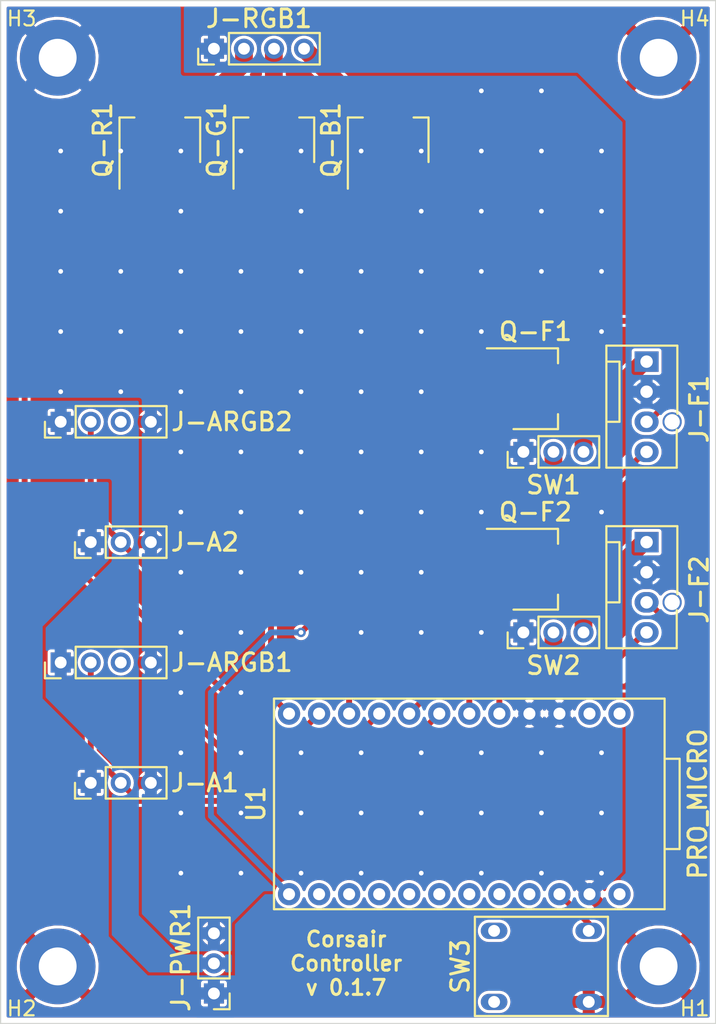
<source format=kicad_pcb>
(kicad_pcb (version 20171130) (host pcbnew "(5.1.2)-2")
  (layers (0 F.Cu signal) (31 B.Cu signal) (34 B.Paste user hide) (35 F.Paste user hide) (36 B.SilkS user) (37 F.SilkS user) (38 B.Mask user hide) (39 F.Mask user hide) (44 Edge.Cuts user))
  (net 0 "")
  (net 1 GND)
  (net 2 /A1)
  (net 3 /12V)
  (net 4 /A2)
  (net 5 /F1-GND)
  (net 6 /F1-T)
  (net 7 /F1-5V)
  (net 8 /F2-GND)
  (net 9 /F2-T)
  (net 10 /F2-5V)
  (net 11 /5V)
  (net 12 /B-12V)
  (net 13 /G-12V)
  (net 14 /R-12V)
  (net 15 /B-5V)
  (net 16 /G-5V)
  (net 17 /R-5V)
  (net 18 /F1-12V)
  (net 19 /F2-12V)
  (net 20 /RESET)
  (module Boards:SPARKFUN_PRO_MICRO (layer F.Cu) (at 143.764 138.938 270)
    (fp_text reference U1 (at 0 18.034 270) (layer F.SilkS) (effects (font (size 1.5 1.5) (thickness 0.25))))
    (fp_text value PRO_MICRO (at 0 -19.304 90) (layer F.SilkS) (effects (font (size 1.5 1.5) (thickness 0.25))))
    (fp_line (start -8.89 -16.51) (end 8.89 -16.51) (layer F.SilkS) (width 0.1875))
    (fp_line (start 8.89 16.51) (end -8.89 16.51) (layer F.SilkS) (width 0.1875))
    (fp_line (start -3.81 -17.78) (end 3.81 -17.78) (layer F.SilkS) (width 0.1875))
    (fp_line (start 3.81 -17.78) (end 3.81 -16.51) (layer F.SilkS) (width 0.1875))
    (fp_line (start -3.81 -17.78) (end -3.81 -16.51) (layer F.SilkS) (width 0.1875))
    (fp_line (start 8.89 -16.51) (end 8.89 16.51) (layer F.SilkS) (width 0.1875))
    (fp_line (start -8.89 -16.51) (end -8.89 16.51) (layer F.SilkS) (width 0.1875))
    (pad 1 thru_hole circle (at -7.62 -12.7 270) (size 1.8796 1.8796) (drill 1.016) (layers *.Cu *.Mask))
    (pad 2 thru_hole circle (at -7.62 -10.16 270) (size 1.8796 1.8796) (drill 1.016) (layers *.Cu *.Mask))
    (pad 3 thru_hole circle (at -7.62 -7.62 270) (size 1.8796 1.8796) (drill 1.016) (layers *.Cu *.Mask) (net 1 GND))
    (pad 4 thru_hole circle (at -7.62 -5.08 270) (size 1.8796 1.8796) (drill 1.016) (layers *.Cu *.Mask) (net 1 GND))
    (pad 5 thru_hole circle (at -7.62 -2.54 270) (size 1.8796 1.8796) (drill 1.016) (layers *.Cu *.Mask) (net 9 /F2-T))
    (pad 6 thru_hole circle (at -7.62 0 270) (size 1.8796 1.8796) (drill 1.016) (layers *.Cu *.Mask) (net 10 /F2-5V))
    (pad 7 thru_hole circle (at -7.62 2.54 270) (size 1.8796 1.8796) (drill 1.016) (layers *.Cu *.Mask) (net 2 /A1))
    (pad 8 thru_hole circle (at -7.62 5.08 270) (size 1.8796 1.8796) (drill 1.016) (layers *.Cu *.Mask) (net 7 /F1-5V))
    (pad 9 thru_hole circle (at -7.62 7.62 270) (size 1.8796 1.8796) (drill 1.016) (layers *.Cu *.Mask) (net 17 /R-5V))
    (pad 10 thru_hole circle (at -7.62 10.16 270) (size 1.8796 1.8796) (drill 1.016) (layers *.Cu *.Mask) (net 6 /F1-T))
    (pad 11 thru_hole circle (at -7.62 12.7 270) (size 1.8796 1.8796) (drill 1.016) (layers *.Cu *.Mask) (net 4 /A2))
    (pad 12 thru_hole circle (at -7.62 15.24 270) (size 1.8796 1.8796) (drill 1.016) (layers *.Cu *.Mask) (net 16 /G-5V))
    (pad 13 thru_hole circle (at 7.62 15.24 270) (size 1.8796 1.8796) (drill 1.016) (layers *.Cu *.Mask) (net 15 /B-5V))
    (pad 14 thru_hole circle (at 7.62 12.7 270) (size 1.8796 1.8796) (drill 1.016) (layers *.Cu *.Mask))
    (pad 15 thru_hole circle (at 7.62 10.16 270) (size 1.8796 1.8796) (drill 1.016) (layers *.Cu *.Mask))
    (pad 16 thru_hole circle (at 7.62 7.62 270) (size 1.8796 1.8796) (drill 1.016) (layers *.Cu *.Mask))
    (pad 17 thru_hole circle (at 7.62 5.08 270) (size 1.8796 1.8796) (drill 1.016) (layers *.Cu *.Mask))
    (pad 18 thru_hole circle (at 7.62 2.54 270) (size 1.8796 1.8796) (drill 1.016) (layers *.Cu *.Mask))
    (pad 19 thru_hole circle (at 7.62 0 270) (size 1.8796 1.8796) (drill 1.016) (layers *.Cu *.Mask))
    (pad 20 thru_hole circle (at 7.62 -2.54 270) (size 1.8796 1.8796) (drill 1.016) (layers *.Cu *.Mask))
    (pad 21 thru_hole circle (at 7.62 -5.08 270) (size 1.8796 1.8796) (drill 1.016) (layers *.Cu *.Mask))
    (pad 22 thru_hole circle (at 7.62 -7.62 270) (size 1.8796 1.8796) (drill 1.016) (layers *.Cu *.Mask) (net 20 /RESET))
    (pad 23 thru_hole circle (at 7.62 -10.16 270) (size 1.8796 1.8796) (drill 1.016) (layers *.Cu *.Mask) (net 1 GND))
    (pad 24 thru_hole circle (at 7.62 -12.7 270) (size 1.8796 1.8796) (drill 1.016) (layers *.Cu *.Mask))
  )
  (module footprints:ESE-20C423 (layer F.Cu) (at 149.86 152.654 270)
    (fp_text reference SW3 (at 0 6.858 90) (layer F.SilkS) (effects (font (size 1.5 1.5) (thickness 0.25))))
    (fp_text value SW_Push)
    (fp_line (start -4.187499 -5.625) (end -4.1875 5.625) (layer F.SilkS) (width 0.1875))
    (fp_line (start 4.1875 -5.625) (end -4.187499 -5.625) (layer F.SilkS) (width 0.1875))
    (fp_line (start 4.187499 5.625) (end 4.1875 -5.625) (layer F.SilkS) (width 0.1875))
    (fp_line (start -4.1875 5.625) (end 4.187499 5.625) (layer F.SilkS) (width 0.1875))
    (pad 2 thru_hole oval (at 3 4 270) (size 1.375 2.25) (drill 1) (layers *.Cu *.Mask))
    (pad 3 thru_hole oval (at 3 -4 270) (size 1.375 2.25) (drill 1) (layers *.Cu *.Mask) (net 1 GND))
    (pad 1 thru_hole oval (at -3 4 270) (size 1.375 2.25) (drill 1) (layers *.Cu *.Mask))
    (pad 4 thru_hole oval (at -3 -4 270) (size 1.375 2.25) (drill 1) (layers *.Cu *.Mask) (net 20 /RESET))
  )
  (module footprints:PinHeader_1x03_P2.54mm_Vertical (layer F.Cu) (at 148.336 124.46 90)
    (fp_text reference SW2 (at -2.794 2.54 180) (layer F.SilkS) (effects (font (size 1.5 1.5) (thickness 0.25))))
    (fp_text value SW_SPDT)
    (fp_line (start -1.33 -1.33) (end 0 -1.33) (layer F.SilkS) (width 0.1875))
    (fp_line (start -1.33 0) (end -1.33 -1.33) (layer F.SilkS) (width 0.1875))
    (fp_line (start -1.33 1.27) (end 1.33 1.27) (layer F.SilkS) (width 0.1875))
    (fp_line (start 1.33 1.27) (end 1.33 6.41) (layer F.SilkS) (width 0.1875))
    (fp_line (start -1.33 1.27) (end -1.33 6.41) (layer F.SilkS) (width 0.1875))
    (fp_line (start -1.33 6.41) (end 1.33 6.41) (layer F.SilkS) (width 0.1875))
    (pad 3 thru_hole oval (at 0 5.08 90) (size 1.7 1.7) (drill 1) (layers *.Cu *.Mask) (net 19 /F2-12V))
    (pad 2 thru_hole oval (at 0 2.54 90) (size 1.7 1.7) (drill 1) (layers *.Cu *.Mask) (net 8 /F2-GND))
    (pad 1 thru_hole rect (at 0 0 90) (size 1.7 1.7) (drill 1) (layers *.Cu *.Mask) (net 1 GND))
  )
  (module footprints:PinHeader_1x03_P2.54mm_Vertical (layer F.Cu) (at 148.336 109.22 90)
    (fp_text reference SW1 (at -2.794 2.54 180) (layer F.SilkS) (effects (font (size 1.5 1.5) (thickness 0.25))))
    (fp_text value SW_SPDT)
    (fp_line (start -1.33 -1.33) (end 0 -1.33) (layer F.SilkS) (width 0.1875))
    (fp_line (start -1.33 0) (end -1.33 -1.33) (layer F.SilkS) (width 0.1875))
    (fp_line (start -1.33 1.27) (end 1.33 1.27) (layer F.SilkS) (width 0.1875))
    (fp_line (start 1.33 1.27) (end 1.33 6.41) (layer F.SilkS) (width 0.1875))
    (fp_line (start -1.33 1.27) (end -1.33 6.41) (layer F.SilkS) (width 0.1875))
    (fp_line (start -1.33 6.41) (end 1.33 6.41) (layer F.SilkS) (width 0.1875))
    (pad 3 thru_hole oval (at 0 5.08 90) (size 1.7 1.7) (drill 1) (layers *.Cu *.Mask) (net 18 /F1-12V))
    (pad 2 thru_hole oval (at 0 2.54 90) (size 1.7 1.7) (drill 1) (layers *.Cu *.Mask) (net 5 /F1-GND))
    (pad 1 thru_hole rect (at 0 0 90) (size 1.7 1.7) (drill 1) (layers *.Cu *.Mask) (net 1 GND))
  )
  (module footprints:SOT-223 (layer F.Cu) (at 117.602 82.898 90)
    (fp_text reference Q-R1 (at 0 -4.826 90) (layer F.SilkS) (effects (font (size 1.5 1.5) (thickness 0.25))))
    (fp_text value Q_NMOS_GDSD)
    (fp_line (start -4.1 -3.41) (end 1.91 -3.41) (layer F.SilkS) (width 0.1875))
    (fp_line (start -1.85 3.41) (end 1.91 3.41) (layer F.SilkS) (width 0.1875))
    (fp_line (start 1.91 -3.41) (end 1.91 -2.15) (layer F.SilkS) (width 0.1875))
    (fp_line (start 1.91 3.41) (end 1.91 2.15) (layer F.SilkS) (width 0.1875))
    (pad 1 smd rect (at -3.65 -2.3 90) (size 3 1.5) (layers F.Cu F.Paste F.Mask) (net 17 /R-5V))
    (pad 3 smd rect (at -3.65 2.3 90) (size 3 1.5) (layers F.Cu F.Paste F.Mask) (net 1 GND))
    (pad 2 smd rect (at -3.65 0 90) (size 3 1.5) (layers F.Cu F.Paste F.Mask) (net 14 /R-12V))
    (pad 4 smd rect (at 3.65 0 90) (size 3 3.8) (layers F.Cu F.Paste F.Mask) (net 14 /R-12V))
  )
  (module footprints:SOT-223 (layer F.Cu) (at 127.24 82.898 90)
    (fp_text reference Q-G1 (at 0 -4.826 90) (layer F.SilkS) (effects (font (size 1.5 1.5) (thickness 0.25))))
    (fp_text value Q_NMOS_GDSD)
    (fp_line (start -4.1 -3.41) (end 1.91 -3.41) (layer F.SilkS) (width 0.1875))
    (fp_line (start -1.85 3.41) (end 1.91 3.41) (layer F.SilkS) (width 0.1875))
    (fp_line (start 1.91 -3.41) (end 1.91 -2.15) (layer F.SilkS) (width 0.1875))
    (fp_line (start 1.91 3.41) (end 1.91 2.15) (layer F.SilkS) (width 0.1875))
    (pad 1 smd rect (at -3.65 -2.3 90) (size 3 1.5) (layers F.Cu F.Paste F.Mask) (net 16 /G-5V))
    (pad 3 smd rect (at -3.65 2.3 90) (size 3 1.5) (layers F.Cu F.Paste F.Mask) (net 1 GND))
    (pad 2 smd rect (at -3.65 0 90) (size 3 1.5) (layers F.Cu F.Paste F.Mask) (net 13 /G-12V))
    (pad 4 smd rect (at 3.65 0 90) (size 3 3.8) (layers F.Cu F.Paste F.Mask) (net 13 /G-12V))
  )
  (module footprints:SOT-223 (layer F.Cu) (at 149.352 119.126)
    (fp_text reference Q-F2 (at 0 -4.826) (layer F.SilkS) (effects (font (size 1.5 1.5) (thickness 0.25))))
    (fp_text value Q_NMOS_GDSD)
    (fp_line (start -4.1 -3.41) (end 1.91 -3.41) (layer F.SilkS) (width 0.1875))
    (fp_line (start -1.85 3.41) (end 1.91 3.41) (layer F.SilkS) (width 0.1875))
    (fp_line (start 1.91 -3.41) (end 1.91 -2.15) (layer F.SilkS) (width 0.1875))
    (fp_line (start 1.91 3.41) (end 1.91 2.15) (layer F.SilkS) (width 0.1875))
    (pad 1 smd rect (at -3.65 -2.3) (size 3 1.5) (layers F.Cu F.Paste F.Mask) (net 10 /F2-5V))
    (pad 3 smd rect (at -3.65 2.3) (size 3 1.5) (layers F.Cu F.Paste F.Mask) (net 1 GND))
    (pad 2 smd rect (at -3.65 0) (size 3 1.5) (layers F.Cu F.Paste F.Mask) (net 19 /F2-12V))
    (pad 4 smd rect (at 3.65 0) (size 3 3.8) (layers F.Cu F.Paste F.Mask) (net 19 /F2-12V))
  )
  (module footprints:SOT-223 (layer F.Cu) (at 149.352 103.886)
    (fp_text reference Q-F1 (at 0 -4.826) (layer F.SilkS) (effects (font (size 1.5 1.5) (thickness 0.25))))
    (fp_text value Q_NMOS_GDSD)
    (fp_line (start -4.1 -3.41) (end 1.91 -3.41) (layer F.SilkS) (width 0.1875))
    (fp_line (start -1.85 3.41) (end 1.91 3.41) (layer F.SilkS) (width 0.1875))
    (fp_line (start 1.91 -3.41) (end 1.91 -2.15) (layer F.SilkS) (width 0.1875))
    (fp_line (start 1.91 3.41) (end 1.91 2.15) (layer F.SilkS) (width 0.1875))
    (pad 1 smd rect (at -3.65 -2.3) (size 3 1.5) (layers F.Cu F.Paste F.Mask) (net 7 /F1-5V))
    (pad 3 smd rect (at -3.65 2.3) (size 3 1.5) (layers F.Cu F.Paste F.Mask) (net 1 GND))
    (pad 2 smd rect (at -3.65 0) (size 3 1.5) (layers F.Cu F.Paste F.Mask) (net 18 /F1-12V))
    (pad 4 smd rect (at 3.65 0) (size 3 3.8) (layers F.Cu F.Paste F.Mask) (net 18 /F1-12V))
  )
  (module footprints:SOT-223 (layer F.Cu) (at 136.906 82.898 90)
    (fp_text reference Q-B1 (at 0 -4.826 90) (layer F.SilkS) (effects (font (size 1.5 1.5) (thickness 0.25))))
    (fp_text value Q_NMOS_GDSD)
    (fp_line (start -4.1 -3.41) (end 1.91 -3.41) (layer F.SilkS) (width 0.1875))
    (fp_line (start -1.85 3.41) (end 1.91 3.41) (layer F.SilkS) (width 0.1875))
    (fp_line (start 1.91 -3.41) (end 1.91 -2.15) (layer F.SilkS) (width 0.1875))
    (fp_line (start 1.91 3.41) (end 1.91 2.15) (layer F.SilkS) (width 0.1875))
    (pad 1 smd rect (at -3.65 -2.3 90) (size 3 1.5) (layers F.Cu F.Paste F.Mask) (net 15 /B-5V))
    (pad 3 smd rect (at -3.65 2.3 90) (size 3 1.5) (layers F.Cu F.Paste F.Mask) (net 1 GND))
    (pad 2 smd rect (at -3.65 0 90) (size 3 1.5) (layers F.Cu F.Paste F.Mask) (net 12 /B-12V))
    (pad 4 smd rect (at 3.65 0 90) (size 3 3.8) (layers F.Cu F.Paste F.Mask) (net 12 /B-12V))
  )
  (module footprints:PinHeader_1x04_P2.54mm_Vertical (layer F.Cu) (at 122.174 75.184 90)
    (fp_text reference J-RGB1 (at 2.54 3.81) (layer F.SilkS) (effects (font (size 1.5 1.5) (thickness 0.25))))
    (fp_text value Conn_01x04_Male)
    (fp_line (start -1.33 -1.33) (end 0 -1.33) (layer F.SilkS) (width 0.1875))
    (fp_line (start -1.33 0) (end -1.33 -1.33) (layer F.SilkS) (width 0.1875))
    (fp_line (start -1.33 1.27) (end 1.33 1.27) (layer F.SilkS) (width 0.1875))
    (fp_line (start 1.33 1.27) (end 1.33 8.95) (layer F.SilkS) (width 0.1875))
    (fp_line (start -1.33 1.27) (end -1.33 8.95) (layer F.SilkS) (width 0.1875))
    (fp_line (start -1.33 8.95) (end 1.33 8.95) (layer F.SilkS) (width 0.1875))
    (pad 4 thru_hole oval (at 0 7.62 90) (size 1.7 1.7) (drill 1) (layers *.Cu *.Mask) (net 12 /B-12V))
    (pad 3 thru_hole oval (at 0 5.08 90) (size 1.7 1.7) (drill 1) (layers *.Cu *.Mask) (net 13 /G-12V))
    (pad 2 thru_hole oval (at 0 2.54 90) (size 1.7 1.7) (drill 1) (layers *.Cu *.Mask) (net 14 /R-12V))
    (pad 1 thru_hole rect (at 0 0 90) (size 1.7 1.7) (drill 1) (layers *.Cu *.Mask) (net 3 /12V))
  )
  (module footprints:PinHeader_1x03_P2.54mm_Vertical (layer F.Cu) (at 122.174 154.94 180)
    (fp_text reference J-PWR1 (at 2.794 3.048 270) (layer F.SilkS) (effects (font (size 1.5 1.5) (thickness 0.25))))
    (fp_text value Conn_01x03_Male)
    (fp_line (start -1.33 -1.33) (end 0 -1.33) (layer F.SilkS) (width 0.1875))
    (fp_line (start -1.33 0) (end -1.33 -1.33) (layer F.SilkS) (width 0.1875))
    (fp_line (start -1.33 1.27) (end 1.33 1.27) (layer F.SilkS) (width 0.1875))
    (fp_line (start 1.33 1.27) (end 1.33 6.41) (layer F.SilkS) (width 0.1875))
    (fp_line (start -1.33 1.27) (end -1.33 6.41) (layer F.SilkS) (width 0.1875))
    (fp_line (start -1.33 6.41) (end 1.33 6.41) (layer F.SilkS) (width 0.1875))
    (pad 3 thru_hole oval (at 0 5.08 180) (size 1.7 1.7) (drill 1) (layers *.Cu *.Mask) (net 1 GND))
    (pad 2 thru_hole oval (at 0 2.54 180) (size 1.7 1.7) (drill 1) (layers *.Cu *.Mask) (net 11 /5V))
    (pad 1 thru_hole rect (at 0 0 180) (size 1.7 1.7) (drill 1) (layers *.Cu *.Mask) (net 3 /12V))
  )
  (module footprints:FanPinHeader_1x04_P2.54mm_Vertical (layer F.Cu) (at 158.75 116.84 270)
    (fp_text reference J-F2 (at 4 -4.445 90) (layer F.SilkS) (effects (font (size 1.5 1.5) (thickness 0.25))))
    (fp_text value Conn_01x04_Male)
    (fp_line (start 5.08 2.29) (end 5.08 3.3) (layer F.SilkS) (width 0.1875))
    (fp_line (start 0 2.29) (end 5.08 2.29) (layer F.SilkS) (width 0.1875))
    (fp_line (start 0 3.3) (end 0 2.29) (layer F.SilkS) (width 0.1875))
    (fp_line (start -1.35 3.4) (end -1.35 -2.6) (layer F.SilkS) (width 0.1875))
    (fp_line (start 8.95 3.4) (end -1.35 3.4) (layer F.SilkS) (width 0.1875))
    (fp_line (start 8.95 -2.55) (end 8.95 3.4) (layer F.SilkS) (width 0.1875))
    (fp_line (start 5.75 -2.55) (end 8.95 -2.55) (layer F.SilkS) (width 0.1875))
    (fp_line (start -1.35 -2.6) (end 4.4 -2.6) (layer F.SilkS) (width 0.1875))
    (pad "" thru_hole circle (at 5.08 -2.16) (size 1.625 1.625) (drill 1.3) (layers *.Cu *.Mask))
    (pad 4 thru_hole oval (at 7.62 0) (size 2.03 1.73) (drill 1.05) (layers *.Cu *.Mask) (net 10 /F2-5V))
    (pad 3 thru_hole oval (at 5.08 0) (size 2.03 1.73) (drill 1.05) (layers *.Cu *.Mask) (net 9 /F2-T))
    (pad 2 thru_hole oval (at 2.54 0) (size 2.03 1.73) (drill 1.05) (layers *.Cu *.Mask) (net 3 /12V))
    (pad 1 thru_hole rect (at 0 0) (size 2.03 1.73) (drill 1.05) (layers *.Cu *.Mask) (net 8 /F2-GND))
  )
  (module footprints:FanPinHeader_1x04_P2.54mm_Vertical (layer F.Cu) (at 158.75 101.6 270)
    (fp_text reference J-F1 (at 4 -4.445 90) (layer F.SilkS) (effects (font (size 1.5 1.5) (thickness 0.25))))
    (fp_text value Conn_01x04_Male)
    (fp_line (start 5.08 2.29) (end 5.08 3.3) (layer F.SilkS) (width 0.1875))
    (fp_line (start 0 2.29) (end 5.08 2.29) (layer F.SilkS) (width 0.1875))
    (fp_line (start 0 3.3) (end 0 2.29) (layer F.SilkS) (width 0.1875))
    (fp_line (start -1.35 3.4) (end -1.35 -2.6) (layer F.SilkS) (width 0.1875))
    (fp_line (start 8.95 3.4) (end -1.35 3.4) (layer F.SilkS) (width 0.1875))
    (fp_line (start 8.95 -2.55) (end 8.95 3.4) (layer F.SilkS) (width 0.1875))
    (fp_line (start 5.75 -2.55) (end 8.95 -2.55) (layer F.SilkS) (width 0.1875))
    (fp_line (start -1.35 -2.6) (end 4.4 -2.6) (layer F.SilkS) (width 0.1875))
    (pad "" thru_hole circle (at 5.08 -2.16) (size 1.625 1.625) (drill 1.3) (layers *.Cu *.Mask))
    (pad 4 thru_hole oval (at 7.62 0) (size 2.03 1.73) (drill 1.05) (layers *.Cu *.Mask) (net 7 /F1-5V))
    (pad 3 thru_hole oval (at 5.08 0) (size 2.03 1.73) (drill 1.05) (layers *.Cu *.Mask) (net 6 /F1-T))
    (pad 2 thru_hole oval (at 2.54 0) (size 2.03 1.73) (drill 1.05) (layers *.Cu *.Mask) (net 3 /12V))
    (pad 1 thru_hole rect (at 0 0) (size 2.03 1.73) (drill 1.05) (layers *.Cu *.Mask) (net 5 /F1-GND))
  )
  (module footprints:PinHeader_1x04_P2.54mm_Vertical (layer F.Cu) (at 109.22 106.68 90)
    (fp_text reference J-ARGB2 (at 0 14.478 180) (layer F.SilkS) (effects (font (size 1.5 1.5) (thickness 0.25))))
    (fp_text value Conn_01x04_Male)
    (fp_line (start -1.33 -1.33) (end 0 -1.33) (layer F.SilkS) (width 0.1875))
    (fp_line (start -1.33 0) (end -1.33 -1.33) (layer F.SilkS) (width 0.1875))
    (fp_line (start -1.33 1.27) (end 1.33 1.27) (layer F.SilkS) (width 0.1875))
    (fp_line (start 1.33 1.27) (end 1.33 8.95) (layer F.SilkS) (width 0.1875))
    (fp_line (start -1.33 1.27) (end -1.33 8.95) (layer F.SilkS) (width 0.1875))
    (fp_line (start -1.33 8.95) (end 1.33 8.95) (layer F.SilkS) (width 0.1875))
    (pad 4 thru_hole oval (at 0 7.62 90) (size 1.7 1.7) (drill 1) (layers *.Cu *.Mask) (net 1 GND))
    (pad 3 thru_hole oval (at 0 5.08 90) (size 1.7 1.7) (drill 1) (layers *.Cu *.Mask))
    (pad 2 thru_hole oval (at 0 2.54 90) (size 1.7 1.7) (drill 1) (layers *.Cu *.Mask) (net 4 /A2))
    (pad 1 thru_hole rect (at 0 0 90) (size 1.7 1.7) (drill 1) (layers *.Cu *.Mask) (net 11 /5V))
  )
  (module footprints:PinHeader_1x04_P2.54mm_Vertical (layer F.Cu) (at 109.22 127 90)
    (fp_text reference J-ARGB1 (at 0 14.478 180) (layer F.SilkS) (effects (font (size 1.5 1.5) (thickness 0.25))))
    (fp_text value Conn_01x04_Male)
    (fp_line (start -1.33 -1.33) (end 0 -1.33) (layer F.SilkS) (width 0.1875))
    (fp_line (start -1.33 0) (end -1.33 -1.33) (layer F.SilkS) (width 0.1875))
    (fp_line (start -1.33 1.27) (end 1.33 1.27) (layer F.SilkS) (width 0.1875))
    (fp_line (start 1.33 1.27) (end 1.33 8.95) (layer F.SilkS) (width 0.1875))
    (fp_line (start -1.33 1.27) (end -1.33 8.95) (layer F.SilkS) (width 0.1875))
    (fp_line (start -1.33 8.95) (end 1.33 8.95) (layer F.SilkS) (width 0.1875))
    (pad 4 thru_hole oval (at 0 7.62 90) (size 1.7 1.7) (drill 1) (layers *.Cu *.Mask) (net 1 GND))
    (pad 3 thru_hole oval (at 0 5.08 90) (size 1.7 1.7) (drill 1) (layers *.Cu *.Mask))
    (pad 2 thru_hole oval (at 0 2.54 90) (size 1.7 1.7) (drill 1) (layers *.Cu *.Mask) (net 2 /A1))
    (pad 1 thru_hole rect (at 0 0 90) (size 1.7 1.7) (drill 1) (layers *.Cu *.Mask) (net 11 /5V))
  )
  (module footprints:PinHeader_1x03_P2.54mm_Vertical (layer F.Cu) (at 111.76 116.84 90)
    (fp_text reference J-A2 (at 0 9.652 180) (layer F.SilkS) (effects (font (size 1.5 1.5) (thickness 0.25))))
    (fp_text value Conn_01x03_Male)
    (fp_line (start -1.33 -1.33) (end 0 -1.33) (layer F.SilkS) (width 0.1875))
    (fp_line (start -1.33 0) (end -1.33 -1.33) (layer F.SilkS) (width 0.1875))
    (fp_line (start -1.33 1.27) (end 1.33 1.27) (layer F.SilkS) (width 0.1875))
    (fp_line (start 1.33 1.27) (end 1.33 6.41) (layer F.SilkS) (width 0.1875))
    (fp_line (start -1.33 1.27) (end -1.33 6.41) (layer F.SilkS) (width 0.1875))
    (fp_line (start -1.33 6.41) (end 1.33 6.41) (layer F.SilkS) (width 0.1875))
    (pad 3 thru_hole oval (at 0 5.08 90) (size 1.7 1.7) (drill 1) (layers *.Cu *.Mask) (net 1 GND))
    (pad 2 thru_hole oval (at 0 2.54 90) (size 1.7 1.7) (drill 1) (layers *.Cu *.Mask) (net 4 /A2))
    (pad 1 thru_hole rect (at 0 0 90) (size 1.7 1.7) (drill 1) (layers *.Cu *.Mask) (net 3 /12V))
  )
  (module footprints:PinHeader_1x03_P2.54mm_Vertical (layer F.Cu) (at 111.76 137.16 90)
    (fp_text reference J-A1 (at 0 9.652 180) (layer F.SilkS) (effects (font (size 1.5 1.5) (thickness 0.25))))
    (fp_text value Conn_01x03_Male)
    (fp_line (start -1.33 -1.33) (end 0 -1.33) (layer F.SilkS) (width 0.1875))
    (fp_line (start -1.33 0) (end -1.33 -1.33) (layer F.SilkS) (width 0.1875))
    (fp_line (start -1.33 1.27) (end 1.33 1.27) (layer F.SilkS) (width 0.1875))
    (fp_line (start 1.33 1.27) (end 1.33 6.41) (layer F.SilkS) (width 0.1875))
    (fp_line (start -1.33 1.27) (end -1.33 6.41) (layer F.SilkS) (width 0.1875))
    (fp_line (start -1.33 6.41) (end 1.33 6.41) (layer F.SilkS) (width 0.1875))
    (pad 3 thru_hole oval (at 0 5.08 90) (size 1.7 1.7) (drill 1) (layers *.Cu *.Mask) (net 1 GND))
    (pad 2 thru_hole oval (at 0 2.54 90) (size 1.7 1.7) (drill 1) (layers *.Cu *.Mask) (net 2 /A1))
    (pad 1 thru_hole rect (at 0 0 90) (size 1.7 1.7) (drill 1) (layers *.Cu *.Mask) (net 3 /12V))
  )
  (module footprints:MountingHole_3.2mm_M3_Pad (layer F.Cu) (at 159.766 75.946)
    (fp_text reference H4 (at 3.048 -3.302) (layer F.SilkS) (effects (font (size 1.25 1.25) (thickness 0.1875))))
    (fp_text value MountingHole)
    (pad 1 thru_hole circle (at 0 0) (size 6.4 6.4) (drill 3.2) (layers *.Cu *.Mask) (net 1 GND))
  )
  (module footprints:MountingHole_3.2mm_M3_Pad (layer F.Cu) (at 108.966 75.946)
    (fp_text reference H3 (at -3.048 -3.302) (layer F.SilkS) (effects (font (size 1.25 1.25) (thickness 0.1875))))
    (fp_text value MountingHole)
    (pad 1 thru_hole circle (at 0 0) (size 6.4 6.4) (drill 3.2) (layers *.Cu *.Mask) (net 1 GND))
  )
  (module footprints:MountingHole_3.2mm_M3_Pad (layer F.Cu) (at 108.966 152.654)
    (fp_text reference H2 (at -3.048 3.556) (layer F.SilkS) (effects (font (size 1.25 1.25) (thickness 0.1875))))
    (fp_text value MountingHole)
    (pad 1 thru_hole circle (at 0 0) (size 6.4 6.4) (drill 3.2) (layers *.Cu *.Mask) (net 1 GND))
  )
  (module footprints:MountingHole_3.2mm_M3_Pad (layer F.Cu) (at 159.766 152.654)
    (fp_text reference H1 (at 3.048 3.556) (layer F.SilkS) (effects (font (size 1.25 1.25) (thickness 0.1875))))
    (fp_text value MountingHole)
    (pad 1 thru_hole circle (at 0 0) (size 6.4 6.4) (drill 3.2) (layers *.Cu *.Mask) (net 1 GND))
  )
  (gr_text "Corsair\nController\nv 0.1.7" (at 133.35 152.4) (layer F.SilkS) (effects (font (size 1.27 1.27) (thickness 0.254))))
  (gr_line (start 104.14 71.12) (end 164.592 71.12) (layer Edge.Cuts) (width 0.1))
  (gr_line (start 104.14 157.48) (end 104.14 71.12) (layer Edge.Cuts) (width 0.1))
  (gr_line (start 164.592 157.48) (end 104.14 157.48) (layer Edge.Cuts) (width 0.1))
  (gr_line (start 164.592 71.12) (end 164.592 157.48) (layer Edge.Cuts) (width 0.1))
  (via (at 144.78 109.22) (size 0.8) (drill 0.4) (layers F.Cu B.Cu) (net 1))
  (via (at 144.78 124.46) (size 0.8) (drill 0.4) (layers F.Cu B.Cu) (net 1))
  (via (at 129.54 93.98) (size 0.8) (drill 0.4) (layers F.Cu B.Cu) (net 1))
  (via (at 119.38 93.98) (size 0.8) (drill 0.4) (layers F.Cu B.Cu) (net 1))
  (via (at 119.38 99.06) (size 0.8) (drill 0.4) (layers F.Cu B.Cu) (net 1))
  (via (at 114.3 99.06) (size 0.8) (drill 0.4) (layers F.Cu B.Cu) (net 1))
  (via (at 114.3 93.98) (size 0.8) (drill 0.4) (layers F.Cu B.Cu) (net 1))
  (via (at 109.22 88.9) (size 0.8) (drill 0.4) (layers F.Cu B.Cu) (net 1))
  (via (at 109.22 99.06) (size 0.8) (drill 0.4) (layers F.Cu B.Cu) (net 1))
  (via (at 129.54 104.14) (size 0.8) (drill 0.4) (layers F.Cu B.Cu) (net 1))
  (via (at 129.54 99.06) (size 0.8) (drill 0.4) (layers F.Cu B.Cu) (net 1))
  (via (at 129.54 109.22) (size 0.8) (drill 0.4) (layers F.Cu B.Cu) (net 1))
  (via (at 129.54 114.3) (size 0.8) (drill 0.4) (layers F.Cu B.Cu) (net 1))
  (via (at 129.54 119.38) (size 0.8) (drill 0.4) (layers F.Cu B.Cu) (net 1))
  (via (at 129.54 124.46) (size 0.8) (drill 0.4) (layers F.Cu B.Cu) (net 15))
  (via (at 124.46 93.98) (size 0.8) (drill 0.4) (layers F.Cu B.Cu) (net 1))
  (via (at 124.46 99.06) (size 0.8) (drill 0.4) (layers F.Cu B.Cu) (net 1))
  (via (at 124.46 104.14) (size 0.8) (drill 0.4) (layers F.Cu B.Cu) (net 1))
  (via (at 124.46 109.22) (size 0.8) (drill 0.4) (layers F.Cu B.Cu) (net 1))
  (via (at 124.46 114.3) (size 0.8) (drill 0.4) (layers F.Cu B.Cu) (net 1))
  (via (at 124.46 119.38) (size 0.8) (drill 0.4) (layers F.Cu B.Cu) (net 1))
  (via (at 124.46 124.46) (size 0.8) (drill 0.4) (layers F.Cu B.Cu) (net 1))
  (via (at 124.46 129.54) (size 0.8) (drill 0.4) (layers F.Cu B.Cu) (net 1))
  (via (at 124.46 134.62) (size 0.8) (drill 0.4) (layers F.Cu B.Cu) (net 1))
  (via (at 129.54 134.62) (size 0.8) (drill 0.4) (layers F.Cu B.Cu) (net 1))
  (via (at 134.62 134.62) (size 0.8) (drill 0.4) (layers F.Cu B.Cu) (net 1))
  (via (at 139.7 134.62) (size 0.8) (drill 0.4) (layers F.Cu B.Cu) (net 1))
  (via (at 144.78 134.62) (size 0.8) (drill 0.4) (layers F.Cu B.Cu) (net 1))
  (via (at 149.86 134.62) (size 0.8) (drill 0.4) (layers F.Cu B.Cu) (net 1))
  (via (at 154.94 134.62) (size 0.8) (drill 0.4) (layers F.Cu B.Cu) (net 1))
  (via (at 109.22 93.98) (size 0.8) (drill 0.4) (layers F.Cu B.Cu) (net 1))
  (via (at 134.62 124.46) (size 0.8) (drill 0.4) (layers F.Cu B.Cu) (net 1))
  (via (at 134.62 119.38) (size 0.8) (drill 0.4) (layers F.Cu B.Cu) (net 1))
  (via (at 134.62 114.3) (size 0.8) (drill 0.4) (layers F.Cu B.Cu) (net 1))
  (via (at 134.62 109.22) (size 0.8) (drill 0.4) (layers F.Cu B.Cu) (net 1))
  (via (at 134.62 104.14) (size 0.8) (drill 0.4) (layers F.Cu B.Cu) (net 1))
  (via (at 134.62 99.06) (size 0.8) (drill 0.4) (layers F.Cu B.Cu) (net 1))
  (via (at 134.62 93.98) (size 0.8) (drill 0.4) (layers F.Cu B.Cu) (net 1))
  (via (at 144.78 114.3) (size 0.8) (drill 0.4) (layers F.Cu B.Cu) (net 1))
  (via (at 154.94 114.3) (size 0.8) (drill 0.4) (layers F.Cu B.Cu) (net 1))
  (via (at 109.22 83.82) (size 0.8) (drill 0.4) (layers F.Cu B.Cu) (net 1))
  (via (at 119.38 104.14) (size 0.8) (drill 0.4) (layers F.Cu B.Cu) (net 1))
  (via (at 119.38 109.22) (size 0.8) (drill 0.4) (layers F.Cu B.Cu) (net 1))
  (via (at 119.38 114.3) (size 0.8) (drill 0.4) (layers F.Cu B.Cu) (net 1))
  (via (at 119.38 119.38) (size 0.8) (drill 0.4) (layers F.Cu B.Cu) (net 1))
  (via (at 119.38 124.46) (size 0.8) (drill 0.4) (layers F.Cu B.Cu) (net 1))
  (via (at 119.38 129.54) (size 0.8) (drill 0.4) (layers F.Cu B.Cu) (net 1))
  (via (at 119.38 134.62) (size 0.8) (drill 0.4) (layers F.Cu B.Cu) (net 1))
  (via (at 119.38 139.7) (size 0.8) (drill 0.4) (layers F.Cu B.Cu) (net 1))
  (via (at 119.38 144.78) (size 0.8) (drill 0.4) (layers F.Cu B.Cu) (net 1))
  (via (at 139.7 124.46) (size 0.8) (drill 0.4) (layers F.Cu B.Cu) (net 1))
  (via (at 139.7 119.38) (size 0.8) (drill 0.4) (layers F.Cu B.Cu) (net 1))
  (via (at 139.7 114.3) (size 0.8) (drill 0.4) (layers F.Cu B.Cu) (net 1))
  (via (at 139.7 109.22) (size 0.8) (drill 0.4) (layers F.Cu B.Cu) (net 1))
  (via (at 139.7 104.14) (size 0.8) (drill 0.4) (layers F.Cu B.Cu) (net 1))
  (via (at 139.7 99.06) (size 0.8) (drill 0.4) (layers F.Cu B.Cu) (net 1))
  (via (at 139.7 93.98) (size 0.8) (drill 0.4) (layers F.Cu B.Cu) (net 1))
  (via (at 144.78 88.9) (size 0.8) (drill 0.4) (layers F.Cu B.Cu) (net 1))
  (via (at 144.78 83.82) (size 0.8) (drill 0.4) (layers F.Cu B.Cu) (net 1))
  (via (at 144.78 78.74) (size 0.8) (drill 0.4) (layers F.Cu B.Cu) (net 1))
  (via (at 149.86 78.74) (size 0.8) (drill 0.4) (layers F.Cu B.Cu) (net 1))
  (via (at 149.86 83.82) (size 0.8) (drill 0.4) (layers F.Cu B.Cu) (net 1))
  (via (at 154.94 83.82) (size 0.8) (drill 0.4) (layers F.Cu B.Cu) (net 1))
  (via (at 154.94 88.9) (size 0.8) (drill 0.4) (layers F.Cu B.Cu) (net 1))
  (via (at 149.86 88.9) (size 0.8) (drill 0.4) (layers F.Cu B.Cu) (net 1))
  (via (at 149.86 93.98) (size 0.8) (drill 0.4) (layers F.Cu B.Cu) (net 1))
  (via (at 154.94 93.98) (size 0.8) (drill 0.4) (layers F.Cu B.Cu) (net 1))
  (via (at 154.94 99.06) (size 0.8) (drill 0.4) (layers F.Cu B.Cu) (net 1))
  (via (at 144.78 93.98) (size 0.8) (drill 0.4) (layers F.Cu B.Cu) (net 1))
  (via (at 144.78 99.06) (size 0.8) (drill 0.4) (layers F.Cu B.Cu) (net 1))
  (via (at 119.38 88.9) (size 0.8) (drill 0.4) (layers F.Cu B.Cu) (net 1))
  (via (at 129.54 88.9) (size 0.8) (drill 0.4) (layers F.Cu B.Cu) (net 1))
  (via (at 139.7 88.9) (size 0.8) (drill 0.4) (layers F.Cu B.Cu) (net 1))
  (via (at 139.7 83.82) (size 0.8) (drill 0.4) (layers F.Cu B.Cu) (net 1))
  (via (at 129.54 83.82) (size 0.8) (drill 0.4) (layers F.Cu B.Cu) (net 1))
  (via (at 119.38 83.82) (size 0.8) (drill 0.4) (layers F.Cu B.Cu) (net 1))
  (via (at 114.3 83.82) (size 0.8) (drill 0.4) (layers F.Cu B.Cu) (net 1))
  (via (at 124.46 83.82) (size 0.8) (drill 0.4) (layers F.Cu B.Cu) (net 1))
  (via (at 134.62 83.82) (size 0.8) (drill 0.4) (layers F.Cu B.Cu) (net 1))
  (via (at 129.54 139.7) (size 0.8) (drill 0.4) (layers F.Cu B.Cu) (net 1))
  (via (at 134.62 139.7) (size 0.8) (drill 0.4) (layers F.Cu B.Cu) (net 1))
  (via (at 124.46 139.7) (size 0.8) (drill 0.4) (layers F.Cu B.Cu) (net 1))
  (via (at 139.7 139.7) (size 0.8) (drill 0.4) (layers F.Cu B.Cu) (net 1))
  (via (at 144.78 139.7) (size 0.8) (drill 0.4) (layers F.Cu B.Cu) (net 1))
  (via (at 149.86 139.7) (size 0.8) (drill 0.4) (layers F.Cu B.Cu) (net 1))
  (via (at 154.94 139.7) (size 0.8) (drill 0.4) (layers F.Cu B.Cu) (net 1))
  (via (at 154.94 144.78) (size 0.8) (drill 0.4) (layers F.Cu B.Cu) (net 1))
  (via (at 149.86 144.78) (size 0.8) (drill 0.4) (layers F.Cu B.Cu) (net 1))
  (via (at 144.78 144.78) (size 0.8) (drill 0.4) (layers F.Cu B.Cu) (net 1))
  (via (at 139.7 144.78) (size 0.8) (drill 0.4) (layers F.Cu B.Cu) (net 1))
  (via (at 134.62 144.78) (size 0.8) (drill 0.4) (layers F.Cu B.Cu) (net 1))
  (via (at 129.54 144.78) (size 0.8) (drill 0.4) (layers F.Cu B.Cu) (net 1))
  (via (at 124.46 144.78) (size 0.8) (drill 0.4) (layers F.Cu B.Cu) (net 1))
  (via (at 114.3 104.14) (size 0.8) (drill 0.4) (layers F.Cu B.Cu) (net 1))
  (via (at 109.22 104.14) (size 0.8) (drill 0.4) (layers F.Cu B.Cu) (net 1))
  (segment (start 115.149999 138.009999) (end 114.3 137.16) (width 0.5) (layer F.Cu) (net 2))
  (segment (start 115.824 138.684) (end 115.149999 138.009999) (width 0.5) (layer F.Cu) (net 2))
  (segment (start 133.858 138.684) (end 115.824 138.684) (width 0.5) (layer F.Cu) (net 2))
  (segment (start 141.224 131.318) (end 133.858 138.684) (width 0.5) (layer F.Cu) (net 2))
  (segment (start 111.76 134.62) (end 114.3 137.16) (width 0.5) (layer F.Cu) (net 2))
  (segment (start 111.76 127) (end 111.76 134.62) (width 0.5) (layer F.Cu) (net 2))
  (segment (start 111.76 114.3) (end 114.3 116.84) (width 0.5) (layer F.Cu) (net 4))
  (segment (start 111.76 106.68) (end 111.76 114.3) (width 0.5) (layer F.Cu) (net 4))
  (segment (start 126.345799 132.757801) (end 121.666 128.078002) (width 0.5) (layer F.Cu) (net 4))
  (segment (start 131.064 131.318) (end 129.624199 132.757801) (width 0.5) (layer F.Cu) (net 4))
  (segment (start 129.624199 132.757801) (end 126.345799 132.757801) (width 0.5) (layer F.Cu) (net 4))
  (segment (start 121.666 124.206) (end 114.3 116.84) (width 0.5) (layer F.Cu) (net 4))
  (segment (start 121.666 128.078002) (end 121.666 124.206) (width 0.5) (layer F.Cu) (net 4))
  (segment (start 158.502478 101.6) (end 158.75 101.6) (width 1.5) (layer F.Cu) (net 5))
  (segment (start 156.73499 108.639012) (end 156.73499 103.367488) (width 1.5) (layer F.Cu) (net 5))
  (segment (start 154.304001 111.070001) (end 156.73499 108.639012) (width 1.5) (layer F.Cu) (net 5))
  (segment (start 151.52392 111.070001) (end 154.304001 111.070001) (width 1.5) (layer F.Cu) (net 5))
  (segment (start 150.876 110.422081) (end 151.52392 111.070001) (width 1.5) (layer F.Cu) (net 5))
  (segment (start 156.73499 103.367488) (end 158.502478 101.6) (width 1.5) (layer F.Cu) (net 5))
  (segment (start 150.876 109.22) (end 150.876 110.422081) (width 1.5) (layer F.Cu) (net 5))
  (segment (start 160.265001 105.314999) (end 160.265001 99.305001) (width 0.5) (layer F.Cu) (net 6))
  (segment (start 158.75 106.68) (end 158.9 106.68) (width 0.5) (layer F.Cu) (net 6))
  (segment (start 158.9 106.68) (end 160.265001 105.314999) (width 0.5) (layer F.Cu) (net 6))
  (segment (start 133.604 129.988923) (end 133.604 131.318) (width 0.5) (layer F.Cu) (net 6))
  (segment (start 133.604 108.903998) (end 133.604 129.988923) (width 0.5) (layer F.Cu) (net 6))
  (segment (start 144.347999 98.159999) (end 133.604 108.903998) (width 0.5) (layer F.Cu) (net 6))
  (segment (start 159.119999 98.159999) (end 144.347999 98.159999) (width 0.5) (layer F.Cu) (net 6))
  (segment (start 160.265001 99.305001) (end 159.119999 98.159999) (width 0.5) (layer F.Cu) (net 6))
  (segment (start 144.952 101.586) (end 145.702 101.586) (width 0.5) (layer F.Cu) (net 7))
  (segment (start 142.748 102.54) (end 142.748 109.728) (width 0.5) (layer F.Cu) (net 7))
  (segment (start 143.702 101.586) (end 142.748 102.54) (width 0.5) (layer F.Cu) (net 7))
  (segment (start 145.702 101.586) (end 143.702 101.586) (width 0.5) (layer F.Cu) (net 7))
  (segment (start 138.684 131.318) (end 141.732 128.27) (width 0.5) (layer F.Cu) (net 7))
  (segment (start 141.732 113.792) (end 144.272 111.252) (width 0.5) (layer F.Cu) (net 7))
  (segment (start 141.732 128.27) (end 141.732 113.792) (width 0.5) (layer F.Cu) (net 7))
  (segment (start 145.796 112.776) (end 144.272 111.252) (width 0.5) (layer F.Cu) (net 7))
  (segment (start 144.272 111.252) (end 142.748 109.728) (width 0.5) (layer F.Cu) (net 7))
  (segment (start 155.044 112.776) (end 145.796 112.776) (width 0.5) (layer F.Cu) (net 7))
  (segment (start 158.6 109.22) (end 155.044 112.776) (width 0.5) (layer F.Cu) (net 7))
  (segment (start 158.75 109.22) (end 158.6 109.22) (width 0.5) (layer F.Cu) (net 7))
  (segment (start 158.502478 116.84) (end 158.75 116.84) (width 1.5) (layer F.Cu) (net 8))
  (segment (start 154.304001 126.310001) (end 156.73499 123.879012) (width 1.5) (layer F.Cu) (net 8))
  (segment (start 156.73499 118.607488) (end 158.502478 116.84) (width 1.5) (layer F.Cu) (net 8))
  (segment (start 151.52392 126.310001) (end 154.304001 126.310001) (width 1.5) (layer F.Cu) (net 8))
  (segment (start 150.876 125.662081) (end 151.52392 126.310001) (width 1.5) (layer F.Cu) (net 8))
  (segment (start 156.73499 123.879012) (end 156.73499 118.607488) (width 1.5) (layer F.Cu) (net 8))
  (segment (start 150.876 124.46) (end 150.876 125.662081) (width 1.5) (layer F.Cu) (net 8))
  (segment (start 158.9 121.92) (end 158.75 121.92) (width 0.5) (layer F.Cu) (net 9))
  (segment (start 146.304 129.988923) (end 147.260923 129.032) (width 0.5) (layer F.Cu) (net 9))
  (segment (start 147.260923 129.032) (end 156.972 129.032) (width 0.5) (layer F.Cu) (net 9))
  (segment (start 146.304 131.318) (end 146.304 129.988923) (width 0.5) (layer F.Cu) (net 9))
  (segment (start 156.972 129.032) (end 160.322415 125.681585) (width 0.5) (layer F.Cu) (net 9))
  (segment (start 160.322415 125.681585) (end 160.322415 123.342415) (width 0.5) (layer F.Cu) (net 9))
  (segment (start 160.322415 123.342415) (end 158.9 121.92) (width 0.5) (layer F.Cu) (net 9))
  (segment (start 144.952 116.826) (end 143.002 118.776) (width 0.5) (layer F.Cu) (net 10))
  (segment (start 145.702 116.826) (end 144.952 116.826) (width 0.5) (layer F.Cu) (net 10))
  (segment (start 143.002 127.254) (end 143.764 128.016) (width 0.5) (layer F.Cu) (net 10))
  (segment (start 143.002 118.776) (end 143.002 127.254) (width 0.5) (layer F.Cu) (net 10))
  (segment (start 143.764 128.016) (end 155.044 128.016) (width 0.5) (layer F.Cu) (net 10))
  (segment (start 155.044 128.016) (end 158.6 124.46) (width 0.5) (layer F.Cu) (net 10))
  (segment (start 158.6 124.46) (end 158.75 124.46) (width 0.5) (layer F.Cu) (net 10))
  (segment (start 143.764 131.318) (end 143.764 128.016) (width 0.5) (layer F.Cu) (net 10))
  (segment (start 136.906 86.548) (end 136.906 79.248) (width 1.5) (layer F.Cu) (net 12))
  (segment (start 133.858 79.248) (end 129.794 75.184) (width 1.5) (layer F.Cu) (net 12))
  (segment (start 136.906 79.248) (end 133.858 79.248) (width 1.5) (layer F.Cu) (net 12))
  (segment (start 127.24 75.198) (end 127.254 75.184) (width 1.5) (layer F.Cu) (net 13))
  (segment (start 127.24 79.248) (end 127.24 75.198) (width 1.5) (layer F.Cu) (net 13))
  (segment (start 127.24 86.548) (end 127.24 79.248) (width 1.5) (layer F.Cu) (net 13))
  (segment (start 117.602 86.548) (end 117.602 79.248) (width 1.5) (layer F.Cu) (net 14))
  (segment (start 124.714 76.386081) (end 124.714 75.184) (width 1.5) (layer F.Cu) (net 14))
  (segment (start 121.852081 79.248) (end 124.714 76.386081) (width 1.5) (layer F.Cu) (net 14))
  (segment (start 117.602 79.248) (end 121.852081 79.248) (width 1.5) (layer F.Cu) (net 14))
  (segment (start 129.54 124.46) (end 132.08 121.92) (width 0.5) (layer F.Cu) (net 15))
  (segment (start 134.606 88.548) (end 134.606 86.548) (width 0.5) (layer F.Cu) (net 15))
  (segment (start 132.08 91.074) (end 134.606 88.548) (width 0.5) (layer F.Cu) (net 15))
  (segment (start 132.08 121.92) (end 132.08 91.074) (width 0.5) (layer F.Cu) (net 15))
  (segment (start 127 124.46) (end 129.54 124.46) (width 0.5) (layer B.Cu) (net 15))
  (segment (start 121.92 129.54) (end 127 124.46) (width 0.5) (layer B.Cu) (net 15))
  (segment (start 128.524 146.558) (end 121.92 139.954) (width 0.5) (layer B.Cu) (net 15))
  (segment (start 121.92 139.954) (end 121.92 129.54) (width 0.5) (layer B.Cu) (net 15))
  (segment (start 128.524 131.318) (end 127 129.794) (width 0.5) (layer F.Cu) (net 16))
  (segment (start 124.94 87.298) (end 124.94 86.548) (width 0.5) (layer F.Cu) (net 16))
  (segment (start 127 89.358) (end 124.94 87.298) (width 0.5) (layer F.Cu) (net 16))
  (segment (start 127 129.794) (end 127 89.358) (width 0.5) (layer F.Cu) (net 16))
  (segment (start 114.052 86.548) (end 115.302 86.548) (width 0.5) (layer F.Cu) (net 17))
  (segment (start 106.172 94.428) (end 114.052 86.548) (width 0.5) (layer F.Cu) (net 17))
  (segment (start 114.046 122.428) (end 106.172 114.554) (width 0.5) (layer F.Cu) (net 17))
  (segment (start 131.064 136.398) (end 124.905998 136.398) (width 0.5) (layer F.Cu) (net 17))
  (segment (start 106.172 114.554) (end 106.172 94.428) (width 0.5) (layer F.Cu) (net 17))
  (segment (start 124.905998 136.398) (end 120.65 132.142002) (width 0.5) (layer F.Cu) (net 17))
  (segment (start 136.144 131.318) (end 131.064 136.398) (width 0.5) (layer F.Cu) (net 17))
  (segment (start 120.65 132.142002) (end 120.65 127.508) (width 0.5) (layer F.Cu) (net 17))
  (segment (start 120.65 127.508) (end 115.57 122.428) (width 0.5) (layer F.Cu) (net 17))
  (segment (start 115.57 122.428) (end 114.046 122.428) (width 0.5) (layer F.Cu) (net 17))
  (segment (start 153.416 104.3) (end 153.002 103.886) (width 1.5) (layer F.Cu) (net 18))
  (segment (start 153.416 109.22) (end 153.416 104.3) (width 1.5) (layer F.Cu) (net 18))
  (segment (start 145.702 103.886) (end 153.002 103.886) (width 1.5) (layer F.Cu) (net 18))
  (segment (start 145.702 119.126) (end 153.002 119.126) (width 1.5) (layer F.Cu) (net 19))
  (segment (start 153.416 119.54) (end 153.002 119.126) (width 1.5) (layer F.Cu) (net 19))
  (segment (start 153.416 124.46) (end 153.416 119.54) (width 1.5) (layer F.Cu) (net 19))
  (segment (start 153.86 149.034) (end 151.384 146.558) (width 0.5) (layer F.Cu) (net 20))
  (segment (start 153.86 149.654) (end 153.86 149.034) (width 0.5) (layer F.Cu) (net 20))
  (zone (net 1) (net_name GND) (layer B.Cu) (connect_pads (clearance 0.254)) (min_thickness 0.254) (fill yes (arc_segments 32) (thermal_gap 0.254) (thermal_bridge_width 1.016))
    (polygon (pts (xy 164.084 71.628) (xy 104.648 71.628) (xy 104.648 156.972) (xy 164.084 156.972)))
  )
  (zone (net 1) (net_name GND) (layer F.Cu) (connect_pads (clearance 0.254)) (min_thickness 0.254) (fill yes (arc_segments 32) (thermal_gap 0.254) (thermal_bridge_width 1.016))
    (polygon (pts (xy 164.084 71.628) (xy 104.648 71.628) (xy 104.648 156.972) (xy 164.084 156.972)))
  )
  (zone (net 11) (net_name /5V) (layer B.Cu) (priority 1) (connect_pads (clearance 0.254)) (min_thickness 0.254) (fill yes (arc_segments 32) (thermal_gap 0.254) (thermal_bridge_width 1.016))
    (polygon (pts (xy 123.698 156.972) (xy 123.698 151.638) (xy 119.126 151.638) (xy 115.824 148.336) (xy 115.824 104.902) (xy 104.648 104.902) (xy 104.648 156.972)))
  )
  (zone (net 3) (net_name /12V) (layer B.Cu) (priority 2) (connect_pads (clearance 0.254)) (min_thickness 0.254) (fill yes (arc_segments 32) (thermal_gap 0.254) (thermal_bridge_width 1.016))
    (polygon (pts (xy 164.084 156.972) (xy 120.65 156.972) (xy 120.65 153.416) (xy 123.952 153.416) (xy 123.952 149.098) (xy 126.492 146.558) (xy 155.194 146.558) (xy 156.972 144.78) (xy 156.972 81.28) (xy 152.908 77.216) (xy 119.634 77.216) (xy 119.634 71.628) (xy 164.084 71.628)))
  )
  (zone (net 3) (net_name /12V) (layer B.Cu) (priority 2) (connect_pads (clearance 0.254)) (min_thickness 0.254) (fill yes (arc_segments 32) (thermal_gap 0.254) (thermal_bridge_width 1.016))
    (polygon (pts (xy 123.952 156.972) (xy 123.952 153.416) (xy 116.586 153.416) (xy 113.284 150.114) (xy 113.284 135.636) (xy 107.696 130.048) (xy 107.696 123.952) (xy 113.284 118.364) (xy 113.284 111.76) (xy 104.648 111.76) (xy 104.648 156.972)))
  )
)
</source>
